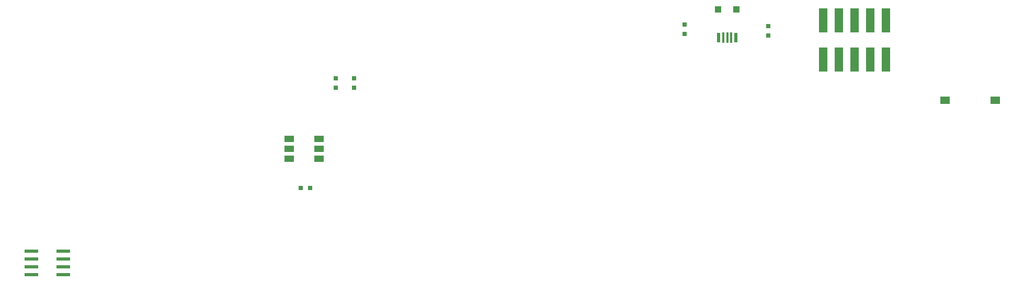
<source format=gbr>
G04 #@! TF.GenerationSoftware,KiCad,Pcbnew,6.0.0-rc1-unknown-ff6a348~66~ubuntu18.04.1*
G04 #@! TF.CreationDate,2018-12-07T10:28:44+02:00
G04 #@! TF.ProjectId,eduArdu_Rev_B,65647541-7264-4755-9f52-65765f422e6b,rev?*
G04 #@! TF.SameCoordinates,Original*
G04 #@! TF.FileFunction,Paste,Top*
G04 #@! TF.FilePolarity,Positive*
%FSLAX46Y46*%
G04 Gerber Fmt 4.6, Leading zero omitted, Abs format (unit mm)*
G04 Created by KiCad (PCBNEW 6.0.0-rc1-unknown-ff6a348~66~ubuntu18.04.1) date  7.12.2018 (пт) 10:28:44 EET*
%MOMM*%
%LPD*%
G01*
G04 APERTURE LIST*
%ADD10R,1.371600X3.911600*%
%ADD11R,1.524000X1.000000*%
%ADD12R,0.500000X1.600000*%
%ADD13R,0.325000X1.800000*%
%ADD14R,1.100000X1.000000*%
%ADD15R,2.200000X0.600000*%
%ADD16R,0.800000X0.800000*%
%ADD17R,1.524000X1.270000*%
G04 APERTURE END LIST*
D10*
G04 #@! TO.C,UEXT1*
X189080000Y-21825000D03*
X189080000Y-28175000D03*
X186540000Y-21825000D03*
X186540000Y-28175000D03*
X184000000Y-21825000D03*
X184000000Y-28175000D03*
X181460000Y-21825000D03*
X181460000Y-28175000D03*
X178920000Y-21825000D03*
X178920000Y-28175000D03*
G04 #@! TD*
D11*
G04 #@! TO.C,LED5*
X97340000Y-41060000D03*
X97340000Y-42660000D03*
X97340000Y-44260000D03*
X92440000Y-44260000D03*
X92440000Y-42660000D03*
X92440000Y-41060000D03*
G04 #@! TD*
D12*
G04 #@! TO.C,USB1*
X164787000Y-24600000D03*
D13*
X164050000Y-24600000D03*
X163400000Y-24600000D03*
X162750000Y-24600000D03*
D12*
X162013000Y-24600000D03*
D14*
X164900000Y-20100000D03*
X161900000Y-20100000D03*
G04 #@! TD*
D15*
G04 #@! TO.C,U4*
X50705566Y-63041369D03*
X50705566Y-61771369D03*
X50705566Y-60501369D03*
X50705566Y-59231369D03*
X55905566Y-59231369D03*
X55905566Y-60501369D03*
X55905566Y-61771369D03*
X55905566Y-63041369D03*
G04 #@! TD*
D16*
G04 #@! TO.C,LED6*
X103000000Y-32762000D03*
X103000000Y-31238000D03*
G04 #@! TD*
G04 #@! TO.C,LED4*
X94328000Y-49000000D03*
X95852000Y-49000000D03*
G04 #@! TD*
G04 #@! TO.C,LED3*
X100000000Y-32762000D03*
X100000000Y-31238000D03*
G04 #@! TD*
G04 #@! TO.C,LED2*
X156500000Y-24024000D03*
X156500000Y-22500000D03*
G04 #@! TD*
G04 #@! TO.C,LED1*
X170000000Y-24262000D03*
X170000000Y-22738000D03*
G04 #@! TD*
D17*
G04 #@! TO.C,SW1*
X198616000Y-34760000D03*
X206744000Y-34760000D03*
G04 #@! TD*
M02*

</source>
